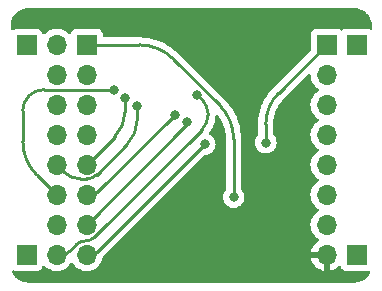
<source format=gbr>
%TF.GenerationSoftware,KiCad,Pcbnew,(6.0.6)*%
%TF.CreationDate,2022-09-21T08:03:07-07:00*%
%TF.ProjectId,takshaka-mux-board-rounded,74616b73-6861-46b6-912d-6d75782d626f,rev?*%
%TF.SameCoordinates,Original*%
%TF.FileFunction,Copper,L2,Bot*%
%TF.FilePolarity,Positive*%
%FSLAX46Y46*%
G04 Gerber Fmt 4.6, Leading zero omitted, Abs format (unit mm)*
G04 Created by KiCad (PCBNEW (6.0.6)) date 2022-09-21 08:03:07*
%MOMM*%
%LPD*%
G01*
G04 APERTURE LIST*
%TA.AperFunction,ComponentPad*%
%ADD10R,1.700000X1.700000*%
%TD*%
%TA.AperFunction,ComponentPad*%
%ADD11O,1.700000X1.700000*%
%TD*%
%TA.AperFunction,ViaPad*%
%ADD12C,0.800000*%
%TD*%
%TA.AperFunction,Conductor*%
%ADD13C,0.250000*%
%TD*%
G04 APERTURE END LIST*
D10*
%TO.P,J4,1,Pin_1*%
%TO.N,+3V3_A*%
X250750000Y-134470000D03*
D11*
%TO.P,J4,2,Pin_2*%
%TO.N,CHANNEL_SELECT_A*%
X250750000Y-137010000D03*
%TO.P,J4,3,Pin_3*%
%TO.N,CHANNEL_SELECT_B*%
X250750000Y-139550000D03*
%TO.P,J4,4,Pin_4*%
%TO.N,CHANNEL_SELECT_C*%
X250750000Y-142090000D03*
%TO.P,J4,5,Pin_5*%
%TO.N,MUX_1_SIGNAL*%
X250750000Y-144630000D03*
%TO.P,J4,6,Pin_6*%
%TO.N,MUX_2_SIGNAL*%
X250750000Y-147170000D03*
%TO.P,J4,7,Pin_7*%
%TO.N,unconnected-(J4-Pad7)*%
X250750000Y-149710000D03*
%TO.P,J4,8,Pin_8*%
%TO.N,GND*%
X250750000Y-152250000D03*
%TD*%
D10*
%TO.P,J3,1,Pin_1*%
%TO.N,DRIFT*%
X230430000Y-134470000D03*
D11*
%TO.P,J3,2,Pin_2*%
%TO.N,SHIFT*%
X227890000Y-134470000D03*
%TO.P,J3,3,Pin_3*%
%TO.N,GROWL*%
X230430000Y-137010000D03*
%TO.P,J3,4,Pin_4*%
%TO.N,HOWL*%
X227890000Y-137010000D03*
%TO.P,J3,5,Pin_5*%
%TO.N,R*%
X230430000Y-139550000D03*
%TO.P,J3,6,Pin_6*%
%TO.N,D*%
X227890000Y-139550000D03*
%TO.P,J3,7,Pin_7*%
%TO.N,A*%
X230430000Y-142090000D03*
%TO.P,J3,8,Pin_8*%
%TO.N,S*%
X227890000Y-142090000D03*
%TO.P,J3,9,Pin_9*%
%TO.N,D|R*%
X230430000Y-144630000D03*
%TO.P,J3,10,Pin_10*%
%TO.N,PD_MOD*%
X227890000Y-144630000D03*
%TO.P,J3,11,Pin_11*%
%TO.N,PS_MOD*%
X230430000Y-147170000D03*
%TO.P,J3,12,Pin_12*%
%TO.N,PH_MOD*%
X227890000Y-147170000D03*
%TO.P,J3,13,Pin_13*%
%TO.N,SLITHER*%
X230430000Y-149710000D03*
%TO.P,J3,14,Pin_14*%
%TO.N,SD_MOD*%
X227890000Y-149710000D03*
%TO.P,J3,15,Pin_15*%
%TO.N,SS_MOD*%
X230430000Y-152250000D03*
%TO.P,J3,16,Pin_16*%
%TO.N,SH_MOD*%
X227890000Y-152250000D03*
%TD*%
D10*
%TO.P,J5,1,Pin_1*%
%TO.N,unconnected-(J5-Pad1)*%
X253290000Y-152250000D03*
%TD*%
%TO.P,J6,1,Pin_1*%
%TO.N,unconnected-(J6-Pad1)*%
X225350000Y-134475000D03*
%TD*%
%TO.P,J1,1,Pin_1*%
%TO.N,unconnected-(J1-Pad1)*%
X253290000Y-134470000D03*
%TD*%
%TO.P,J2,1,Pin_1*%
%TO.N,unconnected-(J2-Pad1)*%
X225350000Y-152250000D03*
%TD*%
D12*
%TO.N,+3V3_A*%
X245605400Y-142757300D03*
%TO.N,GND*%
X239640000Y-134960000D03*
X244080000Y-145800000D03*
X234010000Y-151600000D03*
X247380000Y-136100000D03*
X239350000Y-132720000D03*
%TO.N,DRIFT*%
X242884800Y-147360100D03*
%TO.N,SLITHER*%
X238920000Y-141030000D03*
%TO.N,PD_MOD*%
X234724100Y-139624300D03*
%TO.N,PS_MOD*%
X237913400Y-140367300D03*
%TO.N,PH_MOD*%
X232720000Y-138260000D03*
%TO.N,SS_MOD*%
X240437700Y-142883100D03*
%TO.N,SH_MOD*%
X239798500Y-138719600D03*
%TO.N,D|R*%
X233680000Y-138970000D03*
%TD*%
D13*
%TO.N,D|R*%
X232827931Y-142232058D02*
G75*
G03*
X233680000Y-140175000I-2057031J2057058D01*
G01*
%TO.N,SH_MOD*%
X230323700Y-151074700D02*
G75*
G03*
X231092751Y-150756148I0J1087600D01*
G01*
X229554649Y-151393252D02*
G75*
G02*
X230323700Y-151074700I769051J-769048D01*
G01*
X228293950Y-152250040D02*
G75*
G03*
X228983534Y-151964363I-50J975240D01*
G01*
X240709988Y-140275627D02*
G75*
G03*
X240254250Y-139175350I-1555988J27D01*
G01*
X240176918Y-141671993D02*
G75*
G03*
X240710000Y-140385000I-1287018J1286993D01*
G01*
%TO.N,SS_MOD*%
X230750400Y-152250003D02*
G75*
G03*
X231297357Y-152023442I0J773503D01*
G01*
%TO.N,PH_MOD*%
X226225350Y-145505338D02*
G75*
G02*
X225030000Y-142619527I2885850J2885838D01*
G01*
X225029997Y-140035391D02*
G75*
G02*
X225550000Y-138780000I1775403J-9D01*
G01*
X225550003Y-138780003D02*
G75*
G02*
X226805391Y-138260000I1255397J-1255397D01*
G01*
%TO.N,PS_MOD*%
X230770350Y-147170028D02*
G75*
G03*
X231351363Y-146929336I-50J821728D01*
G01*
%TO.N,PD_MOD*%
X233874929Y-142875258D02*
G75*
G03*
X234724100Y-140825200I-2050029J2050058D01*
G01*
X229904556Y-145810117D02*
G75*
G02*
X228480051Y-145220049I44J2014617D01*
G01*
X230434513Y-145810107D02*
G75*
G03*
X231297603Y-145452596I-13J1220607D01*
G01*
%TO.N,SLITHER*%
X238852835Y-141287186D02*
G75*
G03*
X238920000Y-141125000I-162235J162186D01*
G01*
%TO.N,DRIFT*%
X242884808Y-142463072D02*
G75*
G03*
X241689455Y-139577255I-4081208J-28D01*
G01*
X234891727Y-134469992D02*
G75*
G02*
X237777544Y-135665344I-27J-4081208D01*
G01*
%TO.N,+3V3_A*%
X250742920Y-134497063D02*
G75*
G03*
X250750000Y-134480000I-17020J17063D01*
G01*
X245605426Y-141195950D02*
G75*
G02*
X246709442Y-138530559I3769374J50D01*
G01*
X250750000Y-134480000D02*
X250750000Y-134470000D01*
X250742928Y-134497071D02*
X246709441Y-138530558D01*
X245605400Y-142757300D02*
X245605400Y-141195950D01*
%TO.N,DRIFT*%
X234891727Y-134470000D02*
X230430000Y-134470000D01*
X242884800Y-142463072D02*
X242884800Y-147360100D01*
X241689455Y-139577255D02*
X237777544Y-135665344D01*
%TO.N,SLITHER*%
X238852824Y-141287175D02*
X230430000Y-149710000D01*
X238920000Y-141030000D02*
X238920000Y-141125000D01*
%TO.N,PD_MOD*%
X228480050Y-145220050D02*
X227890000Y-144630000D01*
X233874935Y-142875264D02*
X231297603Y-145452596D01*
X229904556Y-145810100D02*
X230434513Y-145810100D01*
X234724100Y-140825200D02*
X234724100Y-139624300D01*
%TO.N,PS_MOD*%
X230770350Y-147170000D02*
X230430000Y-147170000D01*
X237913400Y-140367300D02*
X231351363Y-146929336D01*
%TO.N,PH_MOD*%
X226225344Y-145505344D02*
X227890000Y-147170000D01*
X225030000Y-142619527D02*
X225030000Y-140035391D01*
X232720000Y-138260000D02*
X226805391Y-138260000D01*
%TO.N,SS_MOD*%
X230750400Y-152250000D02*
X230430000Y-152250000D01*
X240437700Y-142883100D02*
X231297357Y-152023442D01*
%TO.N,SH_MOD*%
X231092751Y-150756148D02*
X240176912Y-141671987D01*
X240710000Y-140275627D02*
X240710000Y-140385000D01*
X228293950Y-152250000D02*
X227890000Y-152250000D01*
X229554648Y-151393251D02*
X228983535Y-151964364D01*
X239798500Y-138719600D02*
X240254250Y-139175350D01*
%TO.N,D|R*%
X232827936Y-142232063D02*
X230430000Y-144630000D01*
X233680000Y-138970000D02*
X233680000Y-140175000D01*
%TD*%
%TA.AperFunction,Conductor*%
%TO.N,GND*%
G36*
X253060018Y-131370000D02*
G01*
X253074851Y-131372310D01*
X253074855Y-131372310D01*
X253083724Y-131373691D01*
X253098981Y-131371696D01*
X253124302Y-131370953D01*
X253293285Y-131383039D01*
X253311064Y-131385596D01*
X253501392Y-131426999D01*
X253518641Y-131432063D01*
X253701150Y-131500136D01*
X253717502Y-131507604D01*
X253888458Y-131600952D01*
X253903582Y-131610672D01*
X254059514Y-131727402D01*
X254073100Y-131739175D01*
X254210825Y-131876900D01*
X254222598Y-131890486D01*
X254339328Y-132046418D01*
X254349048Y-132061542D01*
X254442396Y-132232498D01*
X254449864Y-132248850D01*
X254517937Y-132431359D01*
X254523001Y-132448607D01*
X254564404Y-132638936D01*
X254566962Y-132656721D01*
X254578540Y-132818601D01*
X254577793Y-132836565D01*
X254577692Y-132844845D01*
X254576309Y-132853724D01*
X254577474Y-132862632D01*
X254580427Y-132885217D01*
X254581491Y-132901580D01*
X254581457Y-133064855D01*
X254561441Y-133132972D01*
X254507775Y-133179454D01*
X254437499Y-133189543D01*
X254394947Y-133175348D01*
X254393887Y-133174768D01*
X254386705Y-133169385D01*
X254378304Y-133166236D01*
X254378303Y-133166235D01*
X254316785Y-133143173D01*
X254250316Y-133118255D01*
X254188134Y-133111500D01*
X252391866Y-133111500D01*
X252329684Y-133118255D01*
X252193295Y-133169385D01*
X252095565Y-133242630D01*
X252029059Y-133267478D01*
X251959676Y-133252425D01*
X251944435Y-133242630D01*
X251846705Y-133169385D01*
X251710316Y-133118255D01*
X251648134Y-133111500D01*
X249851866Y-133111500D01*
X249789684Y-133118255D01*
X249653295Y-133169385D01*
X249536739Y-133256739D01*
X249449385Y-133373295D01*
X249398255Y-133509684D01*
X249395779Y-133532476D01*
X249391872Y-133568446D01*
X249391500Y-133571866D01*
X249391500Y-134900405D01*
X249371498Y-134968526D01*
X249354595Y-134989500D01*
X246299669Y-138044425D01*
X246286227Y-138056090D01*
X246279022Y-138061500D01*
X246267746Y-138069966D01*
X246258197Y-138079317D01*
X246255649Y-138082566D01*
X246252899Y-138085637D01*
X246252897Y-138085635D01*
X246251235Y-138087595D01*
X245998777Y-138363105D01*
X245997099Y-138365291D01*
X245997098Y-138365293D01*
X245766396Y-138665953D01*
X245766389Y-138665963D01*
X245764727Y-138668129D01*
X245707352Y-138758191D01*
X245559628Y-138990072D01*
X245559621Y-138990084D01*
X245558152Y-138992390D01*
X245380625Y-139333423D01*
X245379573Y-139335963D01*
X245379572Y-139335965D01*
X245353684Y-139398466D01*
X245233497Y-139688630D01*
X245232676Y-139691233D01*
X245232673Y-139691242D01*
X245118990Y-140051811D01*
X245117887Y-140055309D01*
X245094411Y-140161206D01*
X245037620Y-140417390D01*
X245034676Y-140430668D01*
X244984497Y-140811852D01*
X244969198Y-141162354D01*
X244968994Y-141167037D01*
X244968150Y-141176126D01*
X244967969Y-141178505D01*
X244967387Y-141182594D01*
X244967247Y-141195958D01*
X244970987Y-141226860D01*
X244971900Y-141241999D01*
X244971900Y-142054776D01*
X244951898Y-142122897D01*
X244939542Y-142139079D01*
X244866360Y-142220356D01*
X244770873Y-142385744D01*
X244711858Y-142567372D01*
X244711168Y-142573933D01*
X244711168Y-142573935D01*
X244704883Y-142633737D01*
X244691896Y-142757300D01*
X244692586Y-142763865D01*
X244705916Y-142890689D01*
X244711858Y-142947228D01*
X244770873Y-143128856D01*
X244866360Y-143294244D01*
X244870778Y-143299151D01*
X244870779Y-143299152D01*
X244949552Y-143386638D01*
X244994147Y-143436166D01*
X245148648Y-143548418D01*
X245154676Y-143551102D01*
X245154678Y-143551103D01*
X245317081Y-143623409D01*
X245323112Y-143626094D01*
X245416512Y-143645947D01*
X245503456Y-143664428D01*
X245503461Y-143664428D01*
X245509913Y-143665800D01*
X245700887Y-143665800D01*
X245707339Y-143664428D01*
X245707344Y-143664428D01*
X245794288Y-143645947D01*
X245887688Y-143626094D01*
X245893719Y-143623409D01*
X246056122Y-143551103D01*
X246056124Y-143551102D01*
X246062152Y-143548418D01*
X246216653Y-143436166D01*
X246261248Y-143386638D01*
X246340021Y-143299152D01*
X246340022Y-143299151D01*
X246344440Y-143294244D01*
X246439927Y-143128856D01*
X246498942Y-142947228D01*
X246504885Y-142890689D01*
X246518214Y-142763865D01*
X246518904Y-142757300D01*
X246505917Y-142633737D01*
X246499632Y-142573935D01*
X246499632Y-142573933D01*
X246498942Y-142567372D01*
X246439927Y-142385744D01*
X246344440Y-142220356D01*
X246271263Y-142139085D01*
X246240547Y-142075079D01*
X246238900Y-142054776D01*
X246238900Y-141245961D01*
X246239978Y-141229516D01*
X246242527Y-141210157D01*
X246242527Y-141210153D01*
X246243518Y-141202625D01*
X246241307Y-141182594D01*
X246241215Y-141181758D01*
X246240606Y-141161754D01*
X246250779Y-140954598D01*
X246253719Y-140894742D01*
X246254930Y-140882443D01*
X246255091Y-140881364D01*
X246288302Y-140657456D01*
X246298266Y-140590278D01*
X246300678Y-140578151D01*
X246358688Y-140346550D01*
X246372443Y-140291637D01*
X246376031Y-140279807D01*
X246384194Y-140256994D01*
X246475536Y-140001702D01*
X246480267Y-139990280D01*
X246480389Y-139990023D01*
X246606552Y-139723267D01*
X246612372Y-139712379D01*
X246764221Y-139459032D01*
X246771088Y-139448754D01*
X246947045Y-139211499D01*
X246954882Y-139201950D01*
X247129313Y-139009493D01*
X247145968Y-138994148D01*
X247149907Y-138991126D01*
X247149913Y-138991120D01*
X247155934Y-138986500D01*
X247177915Y-138959063D01*
X247187155Y-138948748D01*
X249176109Y-136959794D01*
X249238421Y-136925768D01*
X249309236Y-136930833D01*
X249366072Y-136973380D01*
X249390995Y-137041636D01*
X249393202Y-137079908D01*
X249400110Y-137199715D01*
X249401247Y-137204761D01*
X249401248Y-137204767D01*
X249421119Y-137292939D01*
X249449222Y-137417639D01*
X249533266Y-137624616D01*
X249649987Y-137815088D01*
X249796250Y-137983938D01*
X249968126Y-138126632D01*
X250003057Y-138147044D01*
X250041445Y-138169476D01*
X250090169Y-138221114D01*
X250103240Y-138290897D01*
X250076509Y-138356669D01*
X250036055Y-138390027D01*
X250023607Y-138396507D01*
X250019474Y-138399610D01*
X250019471Y-138399612D01*
X249854609Y-138523394D01*
X249844965Y-138530635D01*
X249841393Y-138534373D01*
X249713573Y-138668129D01*
X249690629Y-138692138D01*
X249564743Y-138876680D01*
X249540206Y-138929540D01*
X249482526Y-139053803D01*
X249470688Y-139079305D01*
X249410989Y-139294570D01*
X249387251Y-139516695D01*
X249387548Y-139521848D01*
X249387548Y-139521851D01*
X249397228Y-139689726D01*
X249400110Y-139739715D01*
X249401247Y-139744761D01*
X249401248Y-139744767D01*
X249415423Y-139807665D01*
X249449222Y-139957639D01*
X249507637Y-140101498D01*
X249519740Y-140131304D01*
X249533266Y-140164616D01*
X249577131Y-140236197D01*
X249647291Y-140350688D01*
X249649987Y-140355088D01*
X249796250Y-140523938D01*
X249861550Y-140578151D01*
X249960314Y-140660146D01*
X249968126Y-140666632D01*
X250038595Y-140707811D01*
X250041445Y-140709476D01*
X250090169Y-140761114D01*
X250103240Y-140830897D01*
X250076509Y-140896669D01*
X250036055Y-140930027D01*
X250023607Y-140936507D01*
X250019474Y-140939610D01*
X250019471Y-140939612D01*
X249849100Y-141067530D01*
X249844965Y-141070635D01*
X249841393Y-141074373D01*
X249711635Y-141210157D01*
X249690629Y-141232138D01*
X249687720Y-141236403D01*
X249687714Y-141236411D01*
X249675404Y-141254457D01*
X249564743Y-141416680D01*
X249470688Y-141619305D01*
X249410989Y-141834570D01*
X249387251Y-142056695D01*
X249387548Y-142061848D01*
X249387548Y-142061851D01*
X249393011Y-142156590D01*
X249400110Y-142279715D01*
X249401247Y-142284761D01*
X249401248Y-142284767D01*
X249413977Y-142341248D01*
X249449222Y-142497639D01*
X249533266Y-142704616D01*
X249584019Y-142787438D01*
X249647291Y-142890688D01*
X249649987Y-142895088D01*
X249796250Y-143063938D01*
X249968126Y-143206632D01*
X250038595Y-143247811D01*
X250041445Y-143249476D01*
X250090169Y-143301114D01*
X250103240Y-143370897D01*
X250076509Y-143436669D01*
X250036055Y-143470027D01*
X250023607Y-143476507D01*
X250019474Y-143479610D01*
X250019471Y-143479612D01*
X249909786Y-143561966D01*
X249844965Y-143610635D01*
X249841393Y-143614373D01*
X249708664Y-143753266D01*
X249690629Y-143772138D01*
X249564743Y-143956680D01*
X249549003Y-143990590D01*
X249509742Y-144075171D01*
X249470688Y-144159305D01*
X249410989Y-144374570D01*
X249387251Y-144596695D01*
X249387548Y-144601848D01*
X249387548Y-144601851D01*
X249393011Y-144696590D01*
X249400110Y-144819715D01*
X249401247Y-144824761D01*
X249401248Y-144824767D01*
X249421119Y-144912939D01*
X249449222Y-145037639D01*
X249533266Y-145244616D01*
X249535965Y-145249020D01*
X249624115Y-145392868D01*
X249649987Y-145435088D01*
X249796250Y-145603938D01*
X249968126Y-145746632D01*
X250038595Y-145787811D01*
X250041445Y-145789476D01*
X250090169Y-145841114D01*
X250103240Y-145910897D01*
X250076509Y-145976669D01*
X250036055Y-146010027D01*
X250023607Y-146016507D01*
X250019474Y-146019610D01*
X250019471Y-146019612D01*
X249995247Y-146037800D01*
X249844965Y-146150635D01*
X249690629Y-146312138D01*
X249564743Y-146496680D01*
X249549003Y-146530590D01*
X249480634Y-146677879D01*
X249470688Y-146699305D01*
X249410989Y-146914570D01*
X249387251Y-147136695D01*
X249387548Y-147141848D01*
X249387548Y-147141851D01*
X249393011Y-147236590D01*
X249400110Y-147359715D01*
X249401247Y-147364761D01*
X249401248Y-147364767D01*
X249410952Y-147407826D01*
X249449222Y-147577639D01*
X249533266Y-147784616D01*
X249584019Y-147867438D01*
X249647291Y-147970688D01*
X249649987Y-147975088D01*
X249796250Y-148143938D01*
X249968126Y-148286632D01*
X250038595Y-148327811D01*
X250041445Y-148329476D01*
X250090169Y-148381114D01*
X250103240Y-148450897D01*
X250076509Y-148516669D01*
X250036055Y-148550027D01*
X250023607Y-148556507D01*
X250019474Y-148559610D01*
X250019471Y-148559612D01*
X249995247Y-148577800D01*
X249844965Y-148690635D01*
X249690629Y-148852138D01*
X249564743Y-149036680D01*
X249470688Y-149239305D01*
X249410989Y-149454570D01*
X249387251Y-149676695D01*
X249387548Y-149681848D01*
X249387548Y-149681851D01*
X249393011Y-149776590D01*
X249400110Y-149899715D01*
X249401247Y-149904761D01*
X249401248Y-149904767D01*
X249421119Y-149992939D01*
X249449222Y-150117639D01*
X249533266Y-150324616D01*
X249649987Y-150515088D01*
X249796250Y-150683938D01*
X249968126Y-150826632D01*
X249995844Y-150842829D01*
X250041955Y-150869774D01*
X250090679Y-150921412D01*
X250103750Y-150991195D01*
X250077019Y-151056967D01*
X250036562Y-151090327D01*
X250028457Y-151094546D01*
X250019738Y-151100036D01*
X249849433Y-151227905D01*
X249841726Y-151234748D01*
X249694590Y-151388717D01*
X249688104Y-151396727D01*
X249568098Y-151572649D01*
X249563000Y-151581623D01*
X249473338Y-151774783D01*
X249469775Y-151784470D01*
X249414389Y-151984183D01*
X249415912Y-151992607D01*
X249428292Y-151996000D01*
X250878000Y-151996000D01*
X250946121Y-152016002D01*
X250992614Y-152069658D01*
X251004000Y-152122000D01*
X251004000Y-153568517D01*
X251008064Y-153582359D01*
X251021478Y-153584393D01*
X251028184Y-153583534D01*
X251038262Y-153581392D01*
X251242255Y-153520191D01*
X251251842Y-153516433D01*
X251443095Y-153422739D01*
X251451945Y-153417464D01*
X251625328Y-153293792D01*
X251633193Y-153287145D01*
X251737897Y-153182805D01*
X251800268Y-153148889D01*
X251871075Y-153154077D01*
X251927837Y-153196723D01*
X251944819Y-153227826D01*
X251967057Y-153287145D01*
X251989385Y-153346705D01*
X252076739Y-153463261D01*
X252193295Y-153550615D01*
X252329684Y-153601745D01*
X252391866Y-153608500D01*
X254188134Y-153608500D01*
X254250316Y-153601745D01*
X254259727Y-153598217D01*
X254261404Y-153598094D01*
X254265400Y-153597144D01*
X254265554Y-153597790D01*
X254330534Y-153593032D01*
X254392904Y-153626952D01*
X254427034Y-153689207D01*
X254422089Y-153760031D01*
X254414547Y-153776583D01*
X254344839Y-153904244D01*
X254335120Y-153919367D01*
X254218386Y-154075307D01*
X254206612Y-154088894D01*
X254068894Y-154226612D01*
X254055307Y-154238386D01*
X253899367Y-154355120D01*
X253884244Y-154364839D01*
X253713290Y-154458186D01*
X253696937Y-154465654D01*
X253514439Y-154533722D01*
X253497190Y-154538787D01*
X253306855Y-154580191D01*
X253289061Y-154582749D01*
X253127186Y-154594326D01*
X253109227Y-154593579D01*
X253100942Y-154593477D01*
X253092066Y-154592095D01*
X253083163Y-154593259D01*
X253083156Y-154593259D01*
X253060496Y-154596222D01*
X253044160Y-154597286D01*
X225525156Y-154597286D01*
X225505769Y-154595786D01*
X225490937Y-154593476D01*
X225490934Y-154593476D01*
X225482066Y-154592095D01*
X225466809Y-154594090D01*
X225441490Y-154594833D01*
X225272510Y-154582745D01*
X225254727Y-154580188D01*
X225124558Y-154551871D01*
X225064394Y-154538782D01*
X225047152Y-154533720D01*
X224864637Y-154465644D01*
X224848297Y-154458181D01*
X224677343Y-154364831D01*
X224662220Y-154355112D01*
X224506292Y-154238385D01*
X224492705Y-154226612D01*
X224354975Y-154088880D01*
X224343202Y-154075293D01*
X224226477Y-153919364D01*
X224216758Y-153904240D01*
X224126874Y-153739626D01*
X224111783Y-153670252D01*
X224136595Y-153603732D01*
X224193431Y-153561186D01*
X224264246Y-153556122D01*
X224281685Y-153561258D01*
X224389684Y-153601745D01*
X224451866Y-153608500D01*
X226248134Y-153608500D01*
X226310316Y-153601745D01*
X226446705Y-153550615D01*
X226563261Y-153463261D01*
X226650615Y-153346705D01*
X226672943Y-153287145D01*
X226694598Y-153229382D01*
X226737240Y-153172618D01*
X226803802Y-153147918D01*
X226873150Y-153163126D01*
X226907817Y-153191114D01*
X226936250Y-153223938D01*
X227108126Y-153366632D01*
X227301000Y-153479338D01*
X227509692Y-153559030D01*
X227514760Y-153560061D01*
X227514763Y-153560062D01*
X227609862Y-153579410D01*
X227728597Y-153603567D01*
X227733772Y-153603757D01*
X227733774Y-153603757D01*
X227946673Y-153611564D01*
X227946677Y-153611564D01*
X227951837Y-153611753D01*
X227956957Y-153611097D01*
X227956959Y-153611097D01*
X228168288Y-153584025D01*
X228168289Y-153584025D01*
X228173416Y-153583368D01*
X228178366Y-153581883D01*
X228382429Y-153520661D01*
X228382434Y-153520659D01*
X228387384Y-153519174D01*
X228587994Y-153420896D01*
X228769860Y-153291173D01*
X228928096Y-153133489D01*
X228948006Y-153105782D01*
X229058453Y-152952077D01*
X229059776Y-152953028D01*
X229106645Y-152909857D01*
X229176580Y-152897625D01*
X229242026Y-152925144D01*
X229269875Y-152956994D01*
X229329987Y-153055088D01*
X229476250Y-153223938D01*
X229648126Y-153366632D01*
X229841000Y-153479338D01*
X230049692Y-153559030D01*
X230054760Y-153560061D01*
X230054763Y-153560062D01*
X230149862Y-153579410D01*
X230268597Y-153603567D01*
X230273772Y-153603757D01*
X230273774Y-153603757D01*
X230486673Y-153611564D01*
X230486677Y-153611564D01*
X230491837Y-153611753D01*
X230496957Y-153611097D01*
X230496959Y-153611097D01*
X230708288Y-153584025D01*
X230708289Y-153584025D01*
X230713416Y-153583368D01*
X230718366Y-153581883D01*
X230922429Y-153520661D01*
X230922434Y-153520659D01*
X230927384Y-153519174D01*
X231127994Y-153420896D01*
X231309860Y-153291173D01*
X231468096Y-153133489D01*
X231488006Y-153105782D01*
X231595435Y-152956277D01*
X231598453Y-152952077D01*
X231619320Y-152909857D01*
X231695136Y-152756453D01*
X231695137Y-152756451D01*
X231697430Y-152751811D01*
X231762370Y-152538069D01*
X231764471Y-152522115D01*
X231765017Y-152517966D01*
X249418257Y-152517966D01*
X249448565Y-152652446D01*
X249451645Y-152662275D01*
X249531770Y-152859603D01*
X249536413Y-152868794D01*
X249647694Y-153050388D01*
X249653777Y-153058699D01*
X249793213Y-153219667D01*
X249800580Y-153226883D01*
X249964434Y-153362916D01*
X249972881Y-153368831D01*
X250156756Y-153476279D01*
X250166042Y-153480729D01*
X250365001Y-153556703D01*
X250374899Y-153559579D01*
X250478250Y-153580606D01*
X250492299Y-153579410D01*
X250496000Y-153569065D01*
X250496000Y-152522115D01*
X250491525Y-152506876D01*
X250490135Y-152505671D01*
X250482452Y-152504000D01*
X249433225Y-152504000D01*
X249419694Y-152507973D01*
X249418257Y-152517966D01*
X231765017Y-152517966D01*
X231769483Y-152484042D01*
X231798206Y-152419114D01*
X231805310Y-152411393D01*
X240388199Y-143828505D01*
X240450511Y-143794479D01*
X240477294Y-143791600D01*
X240533187Y-143791600D01*
X240539639Y-143790228D01*
X240539644Y-143790228D01*
X240642329Y-143768401D01*
X240719988Y-143751894D01*
X240784061Y-143723367D01*
X240888422Y-143676903D01*
X240888424Y-143676902D01*
X240894452Y-143674218D01*
X240906039Y-143665800D01*
X240986240Y-143607530D01*
X241048953Y-143561966D01*
X241128052Y-143474118D01*
X241172321Y-143424952D01*
X241172322Y-143424951D01*
X241176740Y-143420044D01*
X241249371Y-143294244D01*
X241268923Y-143260379D01*
X241268924Y-143260378D01*
X241272227Y-143254656D01*
X241331242Y-143073028D01*
X241332198Y-143063938D01*
X241350514Y-142889665D01*
X241351204Y-142883100D01*
X241341150Y-142787438D01*
X241331932Y-142699735D01*
X241331932Y-142699733D01*
X241331242Y-142693172D01*
X241272227Y-142511544D01*
X241249574Y-142472307D01*
X241180041Y-142351874D01*
X241176740Y-142346156D01*
X241048953Y-142204234D01*
X240931671Y-142119023D01*
X240899794Y-142095863D01*
X240899793Y-142095862D01*
X240894452Y-142091982D01*
X240877494Y-142084432D01*
X240823397Y-142038453D01*
X240802746Y-141970527D01*
X240825979Y-141896412D01*
X240968663Y-141695314D01*
X240970705Y-141692436D01*
X241104006Y-141451242D01*
X241209465Y-141196640D01*
X241210853Y-141191824D01*
X241265335Y-141002709D01*
X241285754Y-140931831D01*
X241331914Y-140660146D01*
X241342075Y-140479219D01*
X241365866Y-140412327D01*
X241422044Y-140368916D01*
X241492774Y-140362768D01*
X241555599Y-140395836D01*
X241569081Y-140411226D01*
X241666574Y-140542680D01*
X241673444Y-140552961D01*
X241841022Y-140832547D01*
X241846851Y-140843452D01*
X241986219Y-141138121D01*
X241990950Y-141149544D01*
X242100760Y-141456439D01*
X242104350Y-141468272D01*
X242116866Y-141518236D01*
X242180305Y-141771493D01*
X242183555Y-141784468D01*
X242185965Y-141796587D01*
X242229917Y-142092875D01*
X242233796Y-142119023D01*
X242235008Y-142131323D01*
X242247913Y-142393968D01*
X242249254Y-142421261D01*
X242248328Y-142443890D01*
X242246682Y-142456393D01*
X242250539Y-142491326D01*
X242251300Y-142505154D01*
X242251300Y-146657576D01*
X242231298Y-146725697D01*
X242218942Y-146741879D01*
X242145760Y-146823156D01*
X242050273Y-146988544D01*
X241991258Y-147170172D01*
X241990568Y-147176733D01*
X241990568Y-147176735D01*
X241972348Y-147350092D01*
X241971296Y-147360100D01*
X241971986Y-147366665D01*
X241982114Y-147463023D01*
X241991258Y-147550028D01*
X242050273Y-147731656D01*
X242053576Y-147737378D01*
X242053577Y-147737379D01*
X242083392Y-147789020D01*
X242145760Y-147897044D01*
X242273547Y-148038966D01*
X242372643Y-148110964D01*
X242422573Y-148147240D01*
X242428048Y-148151218D01*
X242434076Y-148153902D01*
X242434078Y-148153903D01*
X242569443Y-148214171D01*
X242602512Y-148228894D01*
X242695912Y-148248747D01*
X242782856Y-148267228D01*
X242782861Y-148267228D01*
X242789313Y-148268600D01*
X242980287Y-148268600D01*
X242986739Y-148267228D01*
X242986744Y-148267228D01*
X243073688Y-148248747D01*
X243167088Y-148228894D01*
X243200157Y-148214171D01*
X243335522Y-148153903D01*
X243335524Y-148153902D01*
X243341552Y-148151218D01*
X243347028Y-148147240D01*
X243396957Y-148110964D01*
X243496053Y-148038966D01*
X243623840Y-147897044D01*
X243686208Y-147789020D01*
X243716023Y-147737379D01*
X243716024Y-147737378D01*
X243719327Y-147731656D01*
X243778342Y-147550028D01*
X243787487Y-147463023D01*
X243797614Y-147366665D01*
X243798304Y-147360100D01*
X243797252Y-147350092D01*
X243779032Y-147176735D01*
X243779032Y-147176733D01*
X243778342Y-147170172D01*
X243719327Y-146988544D01*
X243623840Y-146823156D01*
X243550663Y-146741885D01*
X243519947Y-146677879D01*
X243518300Y-146657576D01*
X243518300Y-142517064D01*
X243519557Y-142499311D01*
X243522232Y-142480516D01*
X243522232Y-142480513D01*
X243522813Y-142476432D01*
X243522953Y-142463068D01*
X243522457Y-142458965D01*
X243522077Y-142455823D01*
X243521261Y-142445632D01*
X243512633Y-142226074D01*
X243507399Y-142092875D01*
X243463852Y-141724964D01*
X243391573Y-141361604D01*
X243390907Y-141359243D01*
X243390904Y-141359230D01*
X243291683Y-141007426D01*
X243291009Y-141005036D01*
X243272402Y-140954598D01*
X243163634Y-140659773D01*
X243163632Y-140659768D01*
X243162779Y-140657456D01*
X243127194Y-140580266D01*
X243008702Y-140323240D01*
X243008697Y-140323230D01*
X243007673Y-140321009D01*
X243005820Y-140317699D01*
X242827861Y-139999932D01*
X242827860Y-139999930D01*
X242826649Y-139997768D01*
X242654224Y-139739715D01*
X242622202Y-139691791D01*
X242622199Y-139691787D01*
X242620822Y-139689726D01*
X242506141Y-139544254D01*
X242392997Y-139400731D01*
X242392993Y-139400726D01*
X242391461Y-139398783D01*
X242386629Y-139393555D01*
X242162657Y-139151263D01*
X242154435Y-139141404D01*
X242150049Y-139135562D01*
X242140698Y-139126013D01*
X242116186Y-139106793D01*
X242104838Y-139096734D01*
X238263677Y-135255572D01*
X238252012Y-135242130D01*
X238240616Y-135226952D01*
X238238136Y-135223649D01*
X238228785Y-135214101D01*
X238222965Y-135209538D01*
X238215192Y-135202916D01*
X237961628Y-134968526D01*
X237956016Y-134963338D01*
X237665073Y-134733977D01*
X237357031Y-134528150D01*
X237033790Y-134347126D01*
X237031555Y-134346096D01*
X237031542Y-134346089D01*
X236699582Y-134193053D01*
X236699578Y-134193051D01*
X236697343Y-134192021D01*
X236695031Y-134191168D01*
X236352090Y-134064649D01*
X236352079Y-134064645D01*
X236349763Y-134063791D01*
X236347379Y-134063119D01*
X236347374Y-134063117D01*
X236231109Y-134030327D01*
X235993194Y-133963227D01*
X235629835Y-133890948D01*
X235511939Y-133876993D01*
X235264377Y-133847691D01*
X235264368Y-133847690D01*
X235261924Y-133847401D01*
X234925035Y-133834163D01*
X234912228Y-133833002D01*
X234909181Y-133832568D01*
X234909173Y-133832567D01*
X234905095Y-133831987D01*
X234898478Y-133831918D01*
X234895856Y-133831890D01*
X234895853Y-133831890D01*
X234891731Y-133831847D01*
X234887638Y-133832342D01*
X234887625Y-133832343D01*
X234860816Y-133835587D01*
X234845679Y-133836500D01*
X231914500Y-133836500D01*
X231846379Y-133816498D01*
X231799886Y-133762842D01*
X231788500Y-133710500D01*
X231788500Y-133571866D01*
X231788129Y-133568446D01*
X231784221Y-133532476D01*
X231781745Y-133509684D01*
X231730615Y-133373295D01*
X231643261Y-133256739D01*
X231526705Y-133169385D01*
X231390316Y-133118255D01*
X231328134Y-133111500D01*
X229531866Y-133111500D01*
X229469684Y-133118255D01*
X229333295Y-133169385D01*
X229216739Y-133256739D01*
X229129385Y-133373295D01*
X229126233Y-133381703D01*
X229084919Y-133491907D01*
X229042277Y-133548671D01*
X228975716Y-133573371D01*
X228906367Y-133558163D01*
X228873743Y-133532476D01*
X228823151Y-133476875D01*
X228823142Y-133476866D01*
X228819670Y-133473051D01*
X228815619Y-133469852D01*
X228815615Y-133469848D01*
X228648414Y-133337800D01*
X228648410Y-133337798D01*
X228644359Y-133334598D01*
X228448789Y-133226638D01*
X228443920Y-133224914D01*
X228443916Y-133224912D01*
X228243087Y-133153795D01*
X228243083Y-133153794D01*
X228238212Y-133152069D01*
X228233119Y-133151162D01*
X228233116Y-133151161D01*
X228023373Y-133113800D01*
X228023367Y-133113799D01*
X228018284Y-133112894D01*
X227944452Y-133111992D01*
X227800081Y-133110228D01*
X227800079Y-133110228D01*
X227794911Y-133110165D01*
X227574091Y-133143955D01*
X227361756Y-133213357D01*
X227163607Y-133316507D01*
X227159474Y-133319610D01*
X227159471Y-133319612D01*
X226989100Y-133447530D01*
X226984965Y-133450635D01*
X226981393Y-133454373D01*
X226902936Y-133536473D01*
X226841411Y-133571903D01*
X226770499Y-133568446D01*
X226712713Y-133527200D01*
X226693860Y-133493651D01*
X226653768Y-133386705D01*
X226653767Y-133386704D01*
X226650615Y-133378295D01*
X226563261Y-133261739D01*
X226446705Y-133174385D01*
X226310316Y-133123255D01*
X226248134Y-133116500D01*
X224451866Y-133116500D01*
X224389684Y-133123255D01*
X224253295Y-133174385D01*
X224246110Y-133179770D01*
X224246108Y-133179771D01*
X224199887Y-133214412D01*
X224133380Y-133239260D01*
X224063998Y-133224207D01*
X224013768Y-133174033D01*
X223998322Y-133113497D01*
X223998323Y-133112894D01*
X223998463Y-132913377D01*
X224000209Y-132892561D01*
X224001445Y-132885217D01*
X224003576Y-132872552D01*
X224003729Y-132860000D01*
X224003040Y-132855186D01*
X224003039Y-132855176D01*
X224002157Y-132849017D01*
X224001206Y-132822172D01*
X224013038Y-132656723D01*
X224015596Y-132638934D01*
X224056999Y-132448607D01*
X224062063Y-132431359D01*
X224130136Y-132248850D01*
X224137604Y-132232498D01*
X224230952Y-132061542D01*
X224240672Y-132046418D01*
X224357402Y-131890486D01*
X224369175Y-131876900D01*
X224506900Y-131739175D01*
X224520486Y-131727402D01*
X224676418Y-131610672D01*
X224691542Y-131600952D01*
X224862498Y-131507604D01*
X224878850Y-131500136D01*
X225061359Y-131432063D01*
X225078608Y-131426999D01*
X225268936Y-131385596D01*
X225286715Y-131383039D01*
X225448605Y-131371460D01*
X225466565Y-131372207D01*
X225474845Y-131372308D01*
X225483724Y-131373691D01*
X225515286Y-131369564D01*
X225531621Y-131368500D01*
X253040633Y-131368500D01*
X253060018Y-131370000D01*
G37*
%TD.AperFunction*%
%TD*%
M02*

</source>
